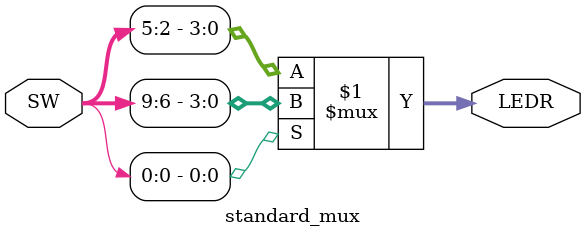
<source format=v>
module standard_mux
				(
					// Inputs
					SW,
					// Outputs
					LEDR,
				);

	// Port definitions
	
	input [9:0] SW;
	
	output [3:0] LEDR;
	
	//------------------------- Design implementation -----------
	
	assign LEDR = SW[0] ? SW[9:6] : SW[5:2];
	
endmodule
</source>
